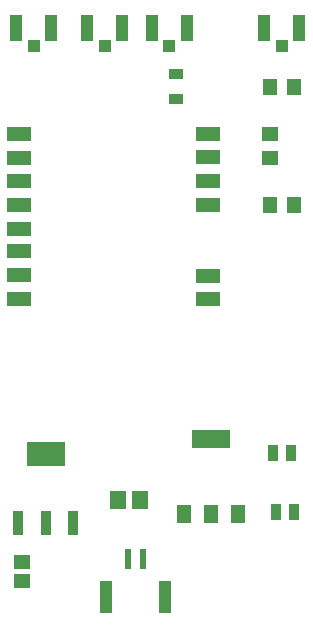
<source format=gbr>
G04*
G04 #@! TF.GenerationSoftware,Altium Limited,Altium Designer,24.6.1 (21)*
G04*
G04 Layer_Color=8421504*
%FSLAX25Y25*%
%MOIN*%
G70*
G04*
G04 #@! TF.SameCoordinates,E50FEA8C-7DC8-4ABE-93B5-960DD125A3C4*
G04*
G04*
G04 #@! TF.FilePolarity,Positive*
G04*
G01*
G75*
%ADD18R,0.03740X0.08465*%
%ADD19R,0.12795X0.08465*%
%ADD20R,0.05709X0.04724*%
%ADD21R,0.07874X0.05000*%
%ADD22R,0.03937X0.04134*%
%ADD23R,0.04134X0.08661*%
%ADD24R,0.02362X0.06693*%
%ADD25R,0.03937X0.10630*%
%ADD26R,0.04724X0.05709*%
%ADD27R,0.04724X0.03543*%
%ADD28R,0.05512X0.05906*%
%ADD29R,0.05733X0.05136*%
%ADD30R,0.03740X0.05315*%
%ADD31R,0.12992X0.05906*%
%ADD32R,0.04724X0.05906*%
D18*
X93307Y35827D02*
D03*
X102362D02*
D03*
X111417D02*
D03*
D19*
X102362Y58661D02*
D03*
D20*
X177165Y165354D02*
D03*
Y157480D02*
D03*
D21*
X156604Y141732D02*
D03*
X93582Y141780D02*
D03*
X93612Y126358D02*
D03*
Y133858D02*
D03*
X93604Y149606D02*
D03*
X93582Y157480D02*
D03*
Y110236D02*
D03*
X93612Y165354D02*
D03*
X156604Y118110D02*
D03*
X93604Y118360D02*
D03*
X156612Y165354D02*
D03*
Y157854D02*
D03*
X156604Y149606D02*
D03*
Y110236D02*
D03*
D22*
X181102Y194783D02*
D03*
X98425D02*
D03*
X143602D02*
D03*
X122047D02*
D03*
D23*
X186909Y200787D02*
D03*
X175295D02*
D03*
X104232D02*
D03*
X92618D02*
D03*
X137795D02*
D03*
X149409D02*
D03*
X116240D02*
D03*
X127854D02*
D03*
D24*
X134843Y23622D02*
D03*
X129921D02*
D03*
D25*
X142126Y11024D02*
D03*
X122638D02*
D03*
D26*
X185039Y141732D02*
D03*
X177165D02*
D03*
Y181102D02*
D03*
X185039D02*
D03*
D27*
X145669Y176969D02*
D03*
Y185236D02*
D03*
D28*
X126378Y43307D02*
D03*
X133858D02*
D03*
D29*
X94488Y16513D02*
D03*
Y22857D02*
D03*
D30*
X185039Y39370D02*
D03*
X179134D02*
D03*
X184055Y59055D02*
D03*
X178150D02*
D03*
D31*
X157480Y63779D02*
D03*
D32*
X166535Y38583D02*
D03*
X157480D02*
D03*
X148425D02*
D03*
M02*

</source>
